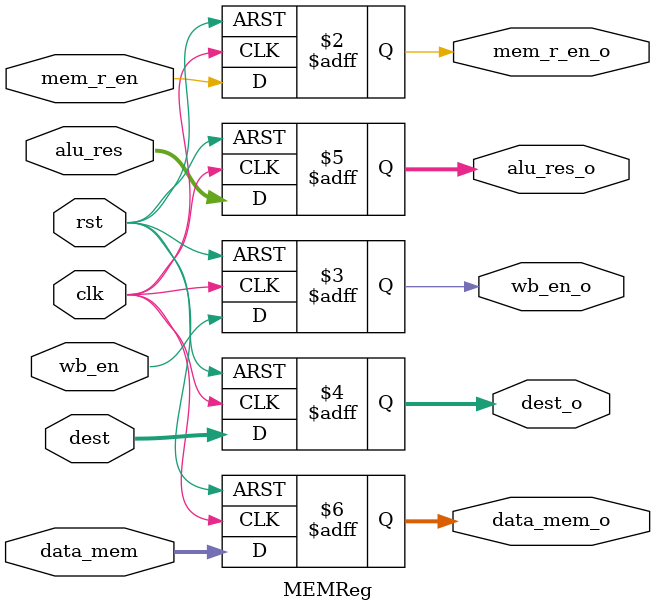
<source format=v>
module MEMReg #(parameter n=32)(input clk, rst, mem_r_en, wb_en, input[3:0] dest, input [n-1:0] alu_res,data_mem,
output reg mem_r_en_o, wb_en_o, output reg [3:0] dest_o, output reg [n-1:0] alu_res_o,data_mem_o);
	always @(posedge clk,posedge rst) begin
        if(rst) begin
            {mem_r_en_o, wb_en_o}=2'd0;
            {dest_o}={3'd0};
            {alu_res_o,data_mem_o}={2*32'd0};
        end
        else begin
            {mem_r_en_o, wb_en_o}={mem_r_en, wb_en};
            {dest_o}={dest};
            {alu_res_o,data_mem_o}={alu_res,data_mem};
        end
    end
endmodule
</source>
